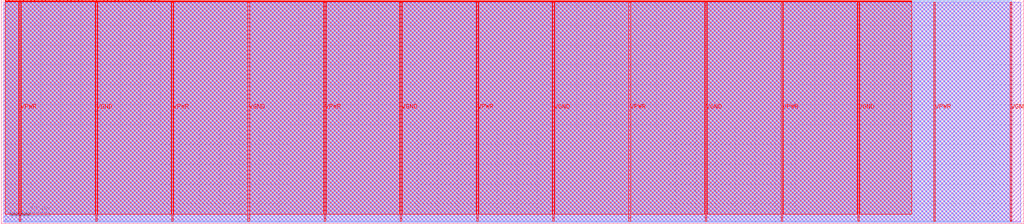
<source format=lef>
VERSION 5.7 ;
  NOWIREEXTENSIONATPIN ON ;
  DIVIDERCHAR "/" ;
  BUSBITCHARS "[]" ;
MACRO tt_um_algofoogle_raybox_zero
  CLASS BLOCK ;
  FOREIGN tt_um_algofoogle_raybox_zero ;
  ORIGIN 0.000 0.000 ;
  SIZE 1030.400 BY 225.760 ;
  PIN VGND
    DIRECTION INOUT ;
    USE GROUND ;
    PORT
      LAYER met4 ;
        RECT 95.080 2.480 96.680 223.280 ;
    END
    PORT
      LAYER met4 ;
        RECT 248.680 2.480 250.280 223.280 ;
    END
    PORT
      LAYER met4 ;
        RECT 402.280 2.480 403.880 223.280 ;
    END
    PORT
      LAYER met4 ;
        RECT 555.880 2.480 557.480 223.280 ;
    END
    PORT
      LAYER met4 ;
        RECT 709.480 2.480 711.080 223.280 ;
    END
    PORT
      LAYER met4 ;
        RECT 863.080 2.480 864.680 223.280 ;
    END
    PORT
      LAYER met4 ;
        RECT 1016.680 2.480 1018.280 223.280 ;
    END
  END VGND
  PIN VPWR
    DIRECTION INOUT ;
    USE POWER ;
    PORT
      LAYER met4 ;
        RECT 18.280 2.480 19.880 223.280 ;
    END
    PORT
      LAYER met4 ;
        RECT 171.880 2.480 173.480 223.280 ;
    END
    PORT
      LAYER met4 ;
        RECT 325.480 2.480 327.080 223.280 ;
    END
    PORT
      LAYER met4 ;
        RECT 479.080 2.480 480.680 223.280 ;
    END
    PORT
      LAYER met4 ;
        RECT 632.680 2.480 634.280 223.280 ;
    END
    PORT
      LAYER met4 ;
        RECT 786.280 2.480 787.880 223.280 ;
    END
    PORT
      LAYER met4 ;
        RECT 939.880 2.480 941.480 223.280 ;
    END
  END VPWR
  PIN clk
    DIRECTION INPUT ;
    USE SIGNAL ;
    ANTENNAGATEAREA 0.852000 ;
    PORT
      LAYER met4 ;
        RECT 154.870 224.760 155.170 225.760 ;
    END
  END clk
  PIN ena
    DIRECTION INPUT ;
    USE SIGNAL ;
    PORT
      LAYER met4 ;
        RECT 158.550 224.760 158.850 225.760 ;
    END
  END ena
  PIN rst_n
    DIRECTION INPUT ;
    USE SIGNAL ;
    ANTENNAGATEAREA 0.159000 ;
    PORT
      LAYER met4 ;
        RECT 151.190 224.760 151.490 225.760 ;
    END
  END rst_n
  PIN ui_in[0]
    DIRECTION INPUT ;
    USE SIGNAL ;
    ANTENNAGATEAREA 0.196500 ;
    PORT
      LAYER met4 ;
        RECT 147.510 224.760 147.810 225.760 ;
    END
  END ui_in[0]
  PIN ui_in[1]
    DIRECTION INPUT ;
    USE SIGNAL ;
    ANTENNAGATEAREA 0.196500 ;
    PORT
      LAYER met4 ;
        RECT 143.830 224.760 144.130 225.760 ;
    END
  END ui_in[1]
  PIN ui_in[2]
    DIRECTION INPUT ;
    USE SIGNAL ;
    ANTENNAGATEAREA 0.196500 ;
    PORT
      LAYER met4 ;
        RECT 140.150 224.760 140.450 225.760 ;
    END
  END ui_in[2]
  PIN ui_in[3]
    DIRECTION INPUT ;
    USE SIGNAL ;
    ANTENNAGATEAREA 0.196500 ;
    PORT
      LAYER met4 ;
        RECT 136.470 224.760 136.770 225.760 ;
    END
  END ui_in[3]
  PIN ui_in[4]
    DIRECTION INPUT ;
    USE SIGNAL ;
    ANTENNAGATEAREA 0.247500 ;
    PORT
      LAYER met4 ;
        RECT 132.790 224.760 133.090 225.760 ;
    END
  END ui_in[4]
  PIN ui_in[5]
    DIRECTION INPUT ;
    USE SIGNAL ;
    ANTENNAGATEAREA 0.247500 ;
    PORT
      LAYER met4 ;
        RECT 129.110 224.760 129.410 225.760 ;
    END
  END ui_in[5]
  PIN ui_in[6]
    DIRECTION INPUT ;
    USE SIGNAL ;
    ANTENNAGATEAREA 0.159000 ;
    PORT
      LAYER met4 ;
        RECT 125.430 224.760 125.730 225.760 ;
    END
  END ui_in[6]
  PIN ui_in[7]
    DIRECTION INPUT ;
    USE SIGNAL ;
    ANTENNAGATEAREA 0.247500 ;
    PORT
      LAYER met4 ;
        RECT 121.750 224.760 122.050 225.760 ;
    END
  END ui_in[7]
  PIN uio_in[0]
    DIRECTION INPUT ;
    USE SIGNAL ;
    PORT
      LAYER met4 ;
        RECT 118.070 224.760 118.370 225.760 ;
    END
  END uio_in[0]
  PIN uio_in[1]
    DIRECTION INPUT ;
    USE SIGNAL ;
    PORT
      LAYER met4 ;
        RECT 114.390 224.760 114.690 225.760 ;
    END
  END uio_in[1]
  PIN uio_in[2]
    DIRECTION INPUT ;
    USE SIGNAL ;
    ANTENNAGATEAREA 0.196500 ;
    PORT
      LAYER met4 ;
        RECT 110.710 224.760 111.010 225.760 ;
    END
  END uio_in[2]
  PIN uio_in[3]
    DIRECTION INPUT ;
    USE SIGNAL ;
    ANTENNAGATEAREA 0.196500 ;
    PORT
      LAYER met4 ;
        RECT 107.030 224.760 107.330 225.760 ;
    END
  END uio_in[3]
  PIN uio_in[4]
    DIRECTION INPUT ;
    USE SIGNAL ;
    ANTENNAGATEAREA 0.196500 ;
    PORT
      LAYER met4 ;
        RECT 103.350 224.760 103.650 225.760 ;
    END
  END uio_in[4]
  PIN uio_in[5]
    DIRECTION INPUT ;
    USE SIGNAL ;
    ANTENNAGATEAREA 0.213000 ;
    PORT
      LAYER met4 ;
        RECT 99.670 224.760 99.970 225.760 ;
    END
  END uio_in[5]
  PIN uio_in[6]
    DIRECTION INPUT ;
    USE SIGNAL ;
    ANTENNAGATEAREA 0.247500 ;
    PORT
      LAYER met4 ;
        RECT 95.990 224.760 96.290 225.760 ;
    END
  END uio_in[6]
  PIN uio_in[7]
    DIRECTION INPUT ;
    USE SIGNAL ;
    ANTENNAGATEAREA 0.247500 ;
    PORT
      LAYER met4 ;
        RECT 92.310 224.760 92.610 225.760 ;
    END
  END uio_in[7]
  PIN uio_oe[0]
    DIRECTION OUTPUT TRISTATE ;
    USE SIGNAL ;
    PORT
      LAYER met4 ;
        RECT 29.750 224.760 30.050 225.760 ;
    END
  END uio_oe[0]
  PIN uio_oe[1]
    DIRECTION OUTPUT TRISTATE ;
    USE SIGNAL ;
    PORT
      LAYER met4 ;
        RECT 26.070 224.760 26.370 225.760 ;
    END
  END uio_oe[1]
  PIN uio_oe[2]
    DIRECTION OUTPUT TRISTATE ;
    USE SIGNAL ;
    PORT
      LAYER met4 ;
        RECT 22.390 224.760 22.690 225.760 ;
    END
  END uio_oe[2]
  PIN uio_oe[3]
    DIRECTION OUTPUT TRISTATE ;
    USE SIGNAL ;
    PORT
      LAYER met4 ;
        RECT 18.710 224.760 19.010 225.760 ;
    END
  END uio_oe[3]
  PIN uio_oe[4]
    DIRECTION OUTPUT TRISTATE ;
    USE SIGNAL ;
    PORT
      LAYER met4 ;
        RECT 15.030 224.760 15.330 225.760 ;
    END
  END uio_oe[4]
  PIN uio_oe[5]
    DIRECTION OUTPUT TRISTATE ;
    USE SIGNAL ;
    ANTENNAGATEAREA 0.126000 ;
    ANTENNADIFFAREA 1.593000 ;
    PORT
      LAYER met4 ;
        RECT 11.350 224.760 11.650 225.760 ;
    END
  END uio_oe[5]
  PIN uio_oe[6]
    DIRECTION OUTPUT TRISTATE ;
    USE SIGNAL ;
    PORT
      LAYER met4 ;
        RECT 7.670 224.760 7.970 225.760 ;
    END
  END uio_oe[6]
  PIN uio_oe[7]
    DIRECTION OUTPUT TRISTATE ;
    USE SIGNAL ;
    PORT
      LAYER met4 ;
        RECT 3.990 224.760 4.290 225.760 ;
    END
  END uio_oe[7]
  PIN uio_out[0]
    DIRECTION OUTPUT TRISTATE ;
    USE SIGNAL ;
    ANTENNADIFFAREA 0.445500 ;
    PORT
      LAYER met4 ;
        RECT 59.190 224.760 59.490 225.760 ;
    END
  END uio_out[0]
  PIN uio_out[1]
    DIRECTION OUTPUT TRISTATE ;
    USE SIGNAL ;
    ANTENNADIFFAREA 0.445500 ;
    PORT
      LAYER met4 ;
        RECT 55.510 224.760 55.810 225.760 ;
    END
  END uio_out[1]
  PIN uio_out[2]
    DIRECTION OUTPUT TRISTATE ;
    USE SIGNAL ;
    PORT
      LAYER met4 ;
        RECT 51.830 224.760 52.130 225.760 ;
    END
  END uio_out[2]
  PIN uio_out[3]
    DIRECTION OUTPUT TRISTATE ;
    USE SIGNAL ;
    PORT
      LAYER met4 ;
        RECT 48.150 224.760 48.450 225.760 ;
    END
  END uio_out[3]
  PIN uio_out[4]
    DIRECTION OUTPUT TRISTATE ;
    USE SIGNAL ;
    PORT
      LAYER met4 ;
        RECT 44.470 224.760 44.770 225.760 ;
    END
  END uio_out[4]
  PIN uio_out[5]
    DIRECTION OUTPUT TRISTATE ;
    USE SIGNAL ;
    ANTENNADIFFAREA 0.445500 ;
    PORT
      LAYER met4 ;
        RECT 40.790 224.760 41.090 225.760 ;
    END
  END uio_out[5]
  PIN uio_out[6]
    DIRECTION OUTPUT TRISTATE ;
    USE SIGNAL ;
    PORT
      LAYER met4 ;
        RECT 37.110 224.760 37.410 225.760 ;
    END
  END uio_out[6]
  PIN uio_out[7]
    DIRECTION OUTPUT TRISTATE ;
    USE SIGNAL ;
    PORT
      LAYER met4 ;
        RECT 33.430 224.760 33.730 225.760 ;
    END
  END uio_out[7]
  PIN uo_out[0]
    DIRECTION OUTPUT TRISTATE ;
    USE SIGNAL ;
    ANTENNADIFFAREA 0.445500 ;
    PORT
      LAYER met4 ;
        RECT 88.630 224.760 88.930 225.760 ;
    END
  END uo_out[0]
  PIN uo_out[1]
    DIRECTION OUTPUT TRISTATE ;
    USE SIGNAL ;
    ANTENNADIFFAREA 0.795200 ;
    PORT
      LAYER met4 ;
        RECT 84.950 224.760 85.250 225.760 ;
    END
  END uo_out[1]
  PIN uo_out[2]
    DIRECTION OUTPUT TRISTATE ;
    USE SIGNAL ;
    ANTENNADIFFAREA 0.795200 ;
    PORT
      LAYER met4 ;
        RECT 81.270 224.760 81.570 225.760 ;
    END
  END uo_out[2]
  PIN uo_out[3]
    DIRECTION OUTPUT TRISTATE ;
    USE SIGNAL ;
    ANTENNADIFFAREA 0.795200 ;
    PORT
      LAYER met4 ;
        RECT 77.590 224.760 77.890 225.760 ;
    END
  END uo_out[3]
  PIN uo_out[4]
    DIRECTION OUTPUT TRISTATE ;
    USE SIGNAL ;
    ANTENNADIFFAREA 0.445500 ;
    PORT
      LAYER met4 ;
        RECT 73.910 224.760 74.210 225.760 ;
    END
  END uo_out[4]
  PIN uo_out[5]
    DIRECTION OUTPUT TRISTATE ;
    USE SIGNAL ;
    ANTENNADIFFAREA 0.795200 ;
    PORT
      LAYER met4 ;
        RECT 70.230 224.760 70.530 225.760 ;
    END
  END uo_out[5]
  PIN uo_out[6]
    DIRECTION OUTPUT TRISTATE ;
    USE SIGNAL ;
    ANTENNADIFFAREA 0.795200 ;
    PORT
      LAYER met4 ;
        RECT 66.550 224.760 66.850 225.760 ;
    END
  END uo_out[6]
  PIN uo_out[7]
    DIRECTION OUTPUT TRISTATE ;
    USE SIGNAL ;
    ANTENNADIFFAREA 0.795200 ;
    PORT
      LAYER met4 ;
        RECT 62.870 224.760 63.170 225.760 ;
    END
  END uo_out[7]
  OBS
      LAYER li1 ;
        RECT 2.760 2.635 1027.640 223.125 ;
      LAYER met1 ;
        RECT 2.460 1.740 1027.640 223.280 ;
      LAYER met2 ;
        RECT 4.230 1.710 1018.250 224.925 ;
      LAYER met3 ;
        RECT 3.950 2.555 1018.270 224.905 ;
      LAYER met4 ;
        RECT 4.690 224.360 7.270 224.905 ;
        RECT 8.370 224.360 10.950 224.905 ;
        RECT 12.050 224.360 14.630 224.905 ;
        RECT 15.730 224.360 18.310 224.905 ;
        RECT 19.410 224.360 21.990 224.905 ;
        RECT 23.090 224.360 25.670 224.905 ;
        RECT 26.770 224.360 29.350 224.905 ;
        RECT 30.450 224.360 33.030 224.905 ;
        RECT 34.130 224.360 36.710 224.905 ;
        RECT 37.810 224.360 40.390 224.905 ;
        RECT 41.490 224.360 44.070 224.905 ;
        RECT 45.170 224.360 47.750 224.905 ;
        RECT 48.850 224.360 51.430 224.905 ;
        RECT 52.530 224.360 55.110 224.905 ;
        RECT 56.210 224.360 58.790 224.905 ;
        RECT 59.890 224.360 62.470 224.905 ;
        RECT 63.570 224.360 66.150 224.905 ;
        RECT 67.250 224.360 69.830 224.905 ;
        RECT 70.930 224.360 73.510 224.905 ;
        RECT 74.610 224.360 77.190 224.905 ;
        RECT 78.290 224.360 80.870 224.905 ;
        RECT 81.970 224.360 84.550 224.905 ;
        RECT 85.650 224.360 88.230 224.905 ;
        RECT 89.330 224.360 91.910 224.905 ;
        RECT 93.010 224.360 95.590 224.905 ;
        RECT 96.690 224.360 99.270 224.905 ;
        RECT 100.370 224.360 102.950 224.905 ;
        RECT 104.050 224.360 106.630 224.905 ;
        RECT 107.730 224.360 110.310 224.905 ;
        RECT 111.410 224.360 113.990 224.905 ;
        RECT 115.090 224.360 117.670 224.905 ;
        RECT 118.770 224.360 121.350 224.905 ;
        RECT 122.450 224.360 125.030 224.905 ;
        RECT 126.130 224.360 128.710 224.905 ;
        RECT 129.810 224.360 132.390 224.905 ;
        RECT 133.490 224.360 136.070 224.905 ;
        RECT 137.170 224.360 139.750 224.905 ;
        RECT 140.850 224.360 143.430 224.905 ;
        RECT 144.530 224.360 147.110 224.905 ;
        RECT 148.210 224.360 150.790 224.905 ;
        RECT 151.890 224.360 154.470 224.905 ;
        RECT 155.570 224.360 158.150 224.905 ;
        RECT 159.250 224.360 917.865 224.905 ;
        RECT 3.975 223.680 917.865 224.360 ;
        RECT 3.975 9.695 17.880 223.680 ;
        RECT 20.280 9.695 94.680 223.680 ;
        RECT 97.080 9.695 171.480 223.680 ;
        RECT 173.880 9.695 248.280 223.680 ;
        RECT 250.680 9.695 325.080 223.680 ;
        RECT 327.480 9.695 401.880 223.680 ;
        RECT 404.280 9.695 478.680 223.680 ;
        RECT 481.080 9.695 555.480 223.680 ;
        RECT 557.880 9.695 632.280 223.680 ;
        RECT 634.680 9.695 709.080 223.680 ;
        RECT 711.480 9.695 785.880 223.680 ;
        RECT 788.280 9.695 862.680 223.680 ;
        RECT 865.080 9.695 917.865 223.680 ;
  END
END tt_um_algofoogle_raybox_zero
END LIBRARY


</source>
